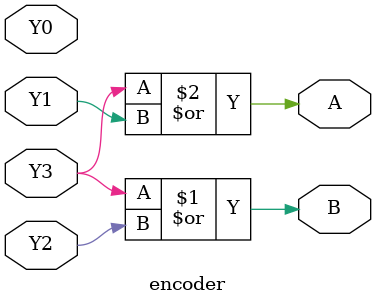
<source format=v>
`timescale 1ns / 1ps


module encoder(A, B, Y0, Y1, Y2, Y3);
input  Y0, Y1, Y2, Y3;
output A, B;

assign B = Y3 | Y2;
assign A = Y3 | Y1;

endmodule

</source>
